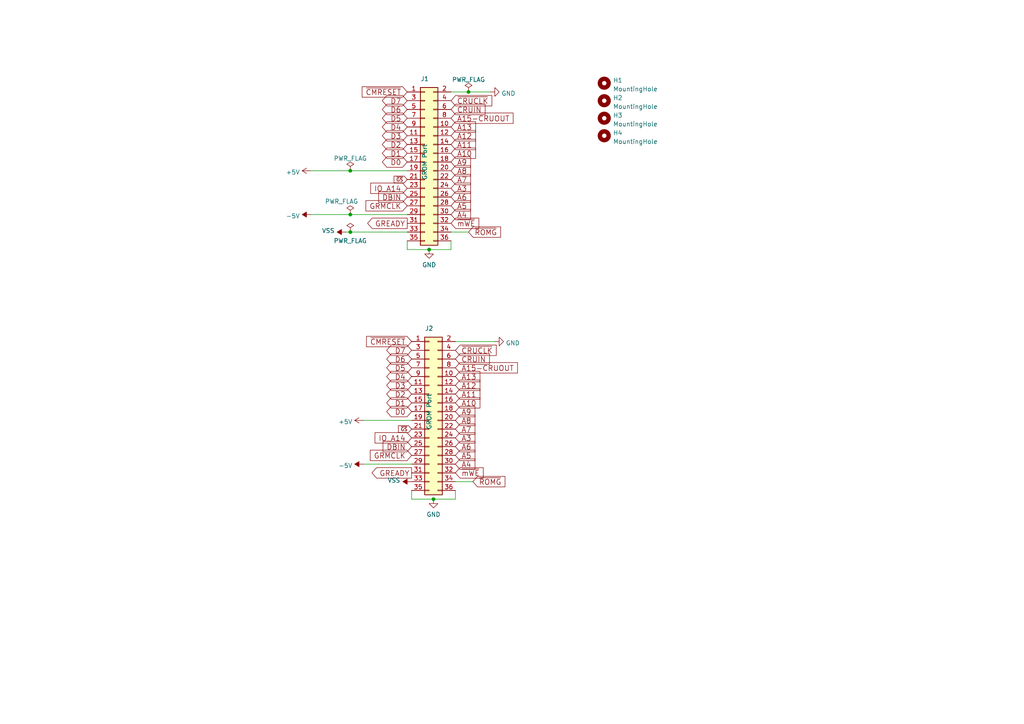
<source format=kicad_sch>
(kicad_sch (version 20211123) (generator eeschema)

  (uuid d57ad239-ba89-457a-a241-125385f44f53)

  (paper "A4")

  (title_block
    (date "2022-10-16")
    (rev "V0.5")
  )

  (lib_symbols
    (symbol "Connector_Generic:Conn_02x18_Odd_Even" (pin_names (offset 1.016) hide) (in_bom yes) (on_board yes)
      (property "Reference" "J" (id 0) (at 1.27 22.86 0)
        (effects (font (size 1.27 1.27)))
      )
      (property "Value" "Conn_02x18_Odd_Even" (id 1) (at 1.27 -25.4 0)
        (effects (font (size 1.27 1.27)))
      )
      (property "Footprint" "" (id 2) (at 0 0 0)
        (effects (font (size 1.27 1.27)) hide)
      )
      (property "Datasheet" "~" (id 3) (at 0 0 0)
        (effects (font (size 1.27 1.27)) hide)
      )
      (property "ki_keywords" "connector" (id 4) (at 0 0 0)
        (effects (font (size 1.27 1.27)) hide)
      )
      (property "ki_description" "Generic connector, double row, 02x18, odd/even pin numbering scheme (row 1 odd numbers, row 2 even numbers), script generated (kicad-library-utils/schlib/autogen/connector/)" (id 5) (at 0 0 0)
        (effects (font (size 1.27 1.27)) hide)
      )
      (property "ki_fp_filters" "Connector*:*_2x??_*" (id 6) (at 0 0 0)
        (effects (font (size 1.27 1.27)) hide)
      )
      (symbol "Conn_02x18_Odd_Even_1_1"
        (rectangle (start -1.27 -22.733) (end 0 -22.987)
          (stroke (width 0.1524) (type default) (color 0 0 0 0))
          (fill (type none))
        )
        (rectangle (start -1.27 -20.193) (end 0 -20.447)
          (stroke (width 0.1524) (type default) (color 0 0 0 0))
          (fill (type none))
        )
        (rectangle (start -1.27 -17.653) (end 0 -17.907)
          (stroke (width 0.1524) (type default) (color 0 0 0 0))
          (fill (type none))
        )
        (rectangle (start -1.27 -15.113) (end 0 -15.367)
          (stroke (width 0.1524) (type default) (color 0 0 0 0))
          (fill (type none))
        )
        (rectangle (start -1.27 -12.573) (end 0 -12.827)
          (stroke (width 0.1524) (type default) (color 0 0 0 0))
          (fill (type none))
        )
        (rectangle (start -1.27 -10.033) (end 0 -10.287)
          (stroke (width 0.1524) (type default) (color 0 0 0 0))
          (fill (type none))
        )
        (rectangle (start -1.27 -7.493) (end 0 -7.747)
          (stroke (width 0.1524) (type default) (color 0 0 0 0))
          (fill (type none))
        )
        (rectangle (start -1.27 -4.953) (end 0 -5.207)
          (stroke (width 0.1524) (type default) (color 0 0 0 0))
          (fill (type none))
        )
        (rectangle (start -1.27 -2.413) (end 0 -2.667)
          (stroke (width 0.1524) (type default) (color 0 0 0 0))
          (fill (type none))
        )
        (rectangle (start -1.27 0.127) (end 0 -0.127)
          (stroke (width 0.1524) (type default) (color 0 0 0 0))
          (fill (type none))
        )
        (rectangle (start -1.27 2.667) (end 0 2.413)
          (stroke (width 0.1524) (type default) (color 0 0 0 0))
          (fill (type none))
        )
        (rectangle (start -1.27 5.207) (end 0 4.953)
          (stroke (width 0.1524) (type default) (color 0 0 0 0))
          (fill (type none))
        )
        (rectangle (start -1.27 7.747) (end 0 7.493)
          (stroke (width 0.1524) (type default) (color 0 0 0 0))
          (fill (type none))
        )
        (rectangle (start -1.27 10.287) (end 0 10.033)
          (stroke (width 0.1524) (type default) (color 0 0 0 0))
          (fill (type none))
        )
        (rectangle (start -1.27 12.827) (end 0 12.573)
          (stroke (width 0.1524) (type default) (color 0 0 0 0))
          (fill (type none))
        )
        (rectangle (start -1.27 15.367) (end 0 15.113)
          (stroke (width 0.1524) (type default) (color 0 0 0 0))
          (fill (type none))
        )
        (rectangle (start -1.27 17.907) (end 0 17.653)
          (stroke (width 0.1524) (type default) (color 0 0 0 0))
          (fill (type none))
        )
        (rectangle (start -1.27 20.447) (end 0 20.193)
          (stroke (width 0.1524) (type default) (color 0 0 0 0))
          (fill (type none))
        )
        (rectangle (start -1.27 21.59) (end 3.81 -24.13)
          (stroke (width 0.254) (type default) (color 0 0 0 0))
          (fill (type background))
        )
        (rectangle (start 3.81 -22.733) (end 2.54 -22.987)
          (stroke (width 0.1524) (type default) (color 0 0 0 0))
          (fill (type none))
        )
        (rectangle (start 3.81 -20.193) (end 2.54 -20.447)
          (stroke (width 0.1524) (type default) (color 0 0 0 0))
          (fill (type none))
        )
        (rectangle (start 3.81 -17.653) (end 2.54 -17.907)
          (stroke (width 0.1524) (type default) (color 0 0 0 0))
          (fill (type none))
        )
        (rectangle (start 3.81 -15.113) (end 2.54 -15.367)
          (stroke (width 0.1524) (type default) (color 0 0 0 0))
          (fill (type none))
        )
        (rectangle (start 3.81 -12.573) (end 2.54 -12.827)
          (stroke (width 0.1524) (type default) (color 0 0 0 0))
          (fill (type none))
        )
        (rectangle (start 3.81 -10.033) (end 2.54 -10.287)
          (stroke (width 0.1524) (type default) (color 0 0 0 0))
          (fill (type none))
        )
        (rectangle (start 3.81 -7.493) (end 2.54 -7.747)
          (stroke (width 0.1524) (type default) (color 0 0 0 0))
          (fill (type none))
        )
        (rectangle (start 3.81 -4.953) (end 2.54 -5.207)
          (stroke (width 0.1524) (type default) (color 0 0 0 0))
          (fill (type none))
        )
        (rectangle (start 3.81 -2.413) (end 2.54 -2.667)
          (stroke (width 0.1524) (type default) (color 0 0 0 0))
          (fill (type none))
        )
        (rectangle (start 3.81 0.127) (end 2.54 -0.127)
          (stroke (width 0.1524) (type default) (color 0 0 0 0))
          (fill (type none))
        )
        (rectangle (start 3.81 2.667) (end 2.54 2.413)
          (stroke (width 0.1524) (type default) (color 0 0 0 0))
          (fill (type none))
        )
        (rectangle (start 3.81 5.207) (end 2.54 4.953)
          (stroke (width 0.1524) (type default) (color 0 0 0 0))
          (fill (type none))
        )
        (rectangle (start 3.81 7.747) (end 2.54 7.493)
          (stroke (width 0.1524) (type default) (color 0 0 0 0))
          (fill (type none))
        )
        (rectangle (start 3.81 10.287) (end 2.54 10.033)
          (stroke (width 0.1524) (type default) (color 0 0 0 0))
          (fill (type none))
        )
        (rectangle (start 3.81 12.827) (end 2.54 12.573)
          (stroke (width 0.1524) (type default) (color 0 0 0 0))
          (fill (type none))
        )
        (rectangle (start 3.81 15.367) (end 2.54 15.113)
          (stroke (width 0.1524) (type default) (color 0 0 0 0))
          (fill (type none))
        )
        (rectangle (start 3.81 17.907) (end 2.54 17.653)
          (stroke (width 0.1524) (type default) (color 0 0 0 0))
          (fill (type none))
        )
        (rectangle (start 3.81 20.447) (end 2.54 20.193)
          (stroke (width 0.1524) (type default) (color 0 0 0 0))
          (fill (type none))
        )
        (pin passive line (at -5.08 20.32 0) (length 3.81)
          (name "Pin_1" (effects (font (size 1.27 1.27))))
          (number "1" (effects (font (size 1.27 1.27))))
        )
        (pin passive line (at 7.62 10.16 180) (length 3.81)
          (name "Pin_10" (effects (font (size 1.27 1.27))))
          (number "10" (effects (font (size 1.27 1.27))))
        )
        (pin passive line (at -5.08 7.62 0) (length 3.81)
          (name "Pin_11" (effects (font (size 1.27 1.27))))
          (number "11" (effects (font (size 1.27 1.27))))
        )
        (pin passive line (at 7.62 7.62 180) (length 3.81)
          (name "Pin_12" (effects (font (size 1.27 1.27))))
          (number "12" (effects (font (size 1.27 1.27))))
        )
        (pin passive line (at -5.08 5.08 0) (length 3.81)
          (name "Pin_13" (effects (font (size 1.27 1.27))))
          (number "13" (effects (font (size 1.27 1.27))))
        )
        (pin passive line (at 7.62 5.08 180) (length 3.81)
          (name "Pin_14" (effects (font (size 1.27 1.27))))
          (number "14" (effects (font (size 1.27 1.27))))
        )
        (pin passive line (at -5.08 2.54 0) (length 3.81)
          (name "Pin_15" (effects (font (size 1.27 1.27))))
          (number "15" (effects (font (size 1.27 1.27))))
        )
        (pin passive line (at 7.62 2.54 180) (length 3.81)
          (name "Pin_16" (effects (font (size 1.27 1.27))))
          (number "16" (effects (font (size 1.27 1.27))))
        )
        (pin passive line (at -5.08 0 0) (length 3.81)
          (name "Pin_17" (effects (font (size 1.27 1.27))))
          (number "17" (effects (font (size 1.27 1.27))))
        )
        (pin passive line (at 7.62 0 180) (length 3.81)
          (name "Pin_18" (effects (font (size 1.27 1.27))))
          (number "18" (effects (font (size 1.27 1.27))))
        )
        (pin passive line (at -5.08 -2.54 0) (length 3.81)
          (name "Pin_19" (effects (font (size 1.27 1.27))))
          (number "19" (effects (font (size 1.27 1.27))))
        )
        (pin passive line (at 7.62 20.32 180) (length 3.81)
          (name "Pin_2" (effects (font (size 1.27 1.27))))
          (number "2" (effects (font (size 1.27 1.27))))
        )
        (pin passive line (at 7.62 -2.54 180) (length 3.81)
          (name "Pin_20" (effects (font (size 1.27 1.27))))
          (number "20" (effects (font (size 1.27 1.27))))
        )
        (pin passive line (at -5.08 -5.08 0) (length 3.81)
          (name "Pin_21" (effects (font (size 1.27 1.27))))
          (number "21" (effects (font (size 1.27 1.27))))
        )
        (pin passive line (at 7.62 -5.08 180) (length 3.81)
          (name "Pin_22" (effects (font (size 1.27 1.27))))
          (number "22" (effects (font (size 1.27 1.27))))
        )
        (pin passive line (at -5.08 -7.62 0) (length 3.81)
          (name "Pin_23" (effects (font (size 1.27 1.27))))
          (number "23" (effects (font (size 1.27 1.27))))
        )
        (pin passive line (at 7.62 -7.62 180) (length 3.81)
          (name "Pin_24" (effects (font (size 1.27 1.27))))
          (number "24" (effects (font (size 1.27 1.27))))
        )
        (pin passive line (at -5.08 -10.16 0) (length 3.81)
          (name "Pin_25" (effects (font (size 1.27 1.27))))
          (number "25" (effects (font (size 1.27 1.27))))
        )
        (pin passive line (at 7.62 -10.16 180) (length 3.81)
          (name "Pin_26" (effects (font (size 1.27 1.27))))
          (number "26" (effects (font (size 1.27 1.27))))
        )
        (pin passive line (at -5.08 -12.7 0) (length 3.81)
          (name "Pin_27" (effects (font (size 1.27 1.27))))
          (number "27" (effects (font (size 1.27 1.27))))
        )
        (pin passive line (at 7.62 -12.7 180) (length 3.81)
          (name "Pin_28" (effects (font (size 1.27 1.27))))
          (number "28" (effects (font (size 1.27 1.27))))
        )
        (pin passive line (at -5.08 -15.24 0) (length 3.81)
          (name "Pin_29" (effects (font (size 1.27 1.27))))
          (number "29" (effects (font (size 1.27 1.27))))
        )
        (pin passive line (at -5.08 17.78 0) (length 3.81)
          (name "Pin_3" (effects (font (size 1.27 1.27))))
          (number "3" (effects (font (size 1.27 1.27))))
        )
        (pin passive line (at 7.62 -15.24 180) (length 3.81)
          (name "Pin_30" (effects (font (size 1.27 1.27))))
          (number "30" (effects (font (size 1.27 1.27))))
        )
        (pin passive line (at -5.08 -17.78 0) (length 3.81)
          (name "Pin_31" (effects (font (size 1.27 1.27))))
          (number "31" (effects (font (size 1.27 1.27))))
        )
        (pin passive line (at 7.62 -17.78 180) (length 3.81)
          (name "Pin_32" (effects (font (size 1.27 1.27))))
          (number "32" (effects (font (size 1.27 1.27))))
        )
        (pin passive line (at -5.08 -20.32 0) (length 3.81)
          (name "Pin_33" (effects (font (size 1.27 1.27))))
          (number "33" (effects (font (size 1.27 1.27))))
        )
        (pin passive line (at 7.62 -20.32 180) (length 3.81)
          (name "Pin_34" (effects (font (size 1.27 1.27))))
          (number "34" (effects (font (size 1.27 1.27))))
        )
        (pin passive line (at -5.08 -22.86 0) (length 3.81)
          (name "Pin_35" (effects (font (size 1.27 1.27))))
          (number "35" (effects (font (size 1.27 1.27))))
        )
        (pin passive line (at 7.62 -22.86 180) (length 3.81)
          (name "Pin_36" (effects (font (size 1.27 1.27))))
          (number "36" (effects (font (size 1.27 1.27))))
        )
        (pin passive line (at 7.62 17.78 180) (length 3.81)
          (name "Pin_4" (effects (font (size 1.27 1.27))))
          (number "4" (effects (font (size 1.27 1.27))))
        )
        (pin passive line (at -5.08 15.24 0) (length 3.81)
          (name "Pin_5" (effects (font (size 1.27 1.27))))
          (number "5" (effects (font (size 1.27 1.27))))
        )
        (pin passive line (at 7.62 15.24 180) (length 3.81)
          (name "Pin_6" (effects (font (size 1.27 1.27))))
          (number "6" (effects (font (size 1.27 1.27))))
        )
        (pin passive line (at -5.08 12.7 0) (length 3.81)
          (name "Pin_7" (effects (font (size 1.27 1.27))))
          (number "7" (effects (font (size 1.27 1.27))))
        )
        (pin passive line (at 7.62 12.7 180) (length 3.81)
          (name "Pin_8" (effects (font (size 1.27 1.27))))
          (number "8" (effects (font (size 1.27 1.27))))
        )
        (pin passive line (at -5.08 10.16 0) (length 3.81)
          (name "Pin_9" (effects (font (size 1.27 1.27))))
          (number "9" (effects (font (size 1.27 1.27))))
        )
      )
    )
    (symbol "Mechanical:MountingHole" (pin_names (offset 1.016)) (in_bom yes) (on_board yes)
      (property "Reference" "H" (id 0) (at 0 5.08 0)
        (effects (font (size 1.27 1.27)))
      )
      (property "Value" "MountingHole" (id 1) (at 0 3.175 0)
        (effects (font (size 1.27 1.27)))
      )
      (property "Footprint" "" (id 2) (at 0 0 0)
        (effects (font (size 1.27 1.27)) hide)
      )
      (property "Datasheet" "~" (id 3) (at 0 0 0)
        (effects (font (size 1.27 1.27)) hide)
      )
      (property "ki_keywords" "mounting hole" (id 4) (at 0 0 0)
        (effects (font (size 1.27 1.27)) hide)
      )
      (property "ki_description" "Mounting Hole without connection" (id 5) (at 0 0 0)
        (effects (font (size 1.27 1.27)) hide)
      )
      (property "ki_fp_filters" "MountingHole*" (id 6) (at 0 0 0)
        (effects (font (size 1.27 1.27)) hide)
      )
      (symbol "MountingHole_0_1"
        (circle (center 0 0) (radius 1.27)
          (stroke (width 1.27) (type default) (color 0 0 0 0))
          (fill (type none))
        )
      )
    )
    (symbol "power:+5V" (power) (pin_names (offset 0)) (in_bom yes) (on_board yes)
      (property "Reference" "#PWR" (id 0) (at 0 -3.81 0)
        (effects (font (size 1.27 1.27)) hide)
      )
      (property "Value" "+5V" (id 1) (at 0 3.556 0)
        (effects (font (size 1.27 1.27)))
      )
      (property "Footprint" "" (id 2) (at 0 0 0)
        (effects (font (size 1.27 1.27)) hide)
      )
      (property "Datasheet" "" (id 3) (at 0 0 0)
        (effects (font (size 1.27 1.27)) hide)
      )
      (property "ki_keywords" "power-flag" (id 4) (at 0 0 0)
        (effects (font (size 1.27 1.27)) hide)
      )
      (property "ki_description" "Power symbol creates a global label with name \"+5V\"" (id 5) (at 0 0 0)
        (effects (font (size 1.27 1.27)) hide)
      )
      (symbol "+5V_0_1"
        (polyline
          (pts
            (xy -0.762 1.27)
            (xy 0 2.54)
          )
          (stroke (width 0) (type default) (color 0 0 0 0))
          (fill (type none))
        )
        (polyline
          (pts
            (xy 0 0)
            (xy 0 2.54)
          )
          (stroke (width 0) (type default) (color 0 0 0 0))
          (fill (type none))
        )
        (polyline
          (pts
            (xy 0 2.54)
            (xy 0.762 1.27)
          )
          (stroke (width 0) (type default) (color 0 0 0 0))
          (fill (type none))
        )
      )
      (symbol "+5V_1_1"
        (pin power_in line (at 0 0 90) (length 0) hide
          (name "+5V" (effects (font (size 1.27 1.27))))
          (number "1" (effects (font (size 1.27 1.27))))
        )
      )
    )
    (symbol "power:-5V" (power) (pin_names (offset 0)) (in_bom yes) (on_board yes)
      (property "Reference" "#PWR" (id 0) (at 0 2.54 0)
        (effects (font (size 1.27 1.27)) hide)
      )
      (property "Value" "-5V" (id 1) (at 0 3.81 0)
        (effects (font (size 1.27 1.27)))
      )
      (property "Footprint" "" (id 2) (at 0 0 0)
        (effects (font (size 1.27 1.27)) hide)
      )
      (property "Datasheet" "" (id 3) (at 0 0 0)
        (effects (font (size 1.27 1.27)) hide)
      )
      (property "ki_keywords" "power-flag" (id 4) (at 0 0 0)
        (effects (font (size 1.27 1.27)) hide)
      )
      (property "ki_description" "Power symbol creates a global label with name \"-5V\"" (id 5) (at 0 0 0)
        (effects (font (size 1.27 1.27)) hide)
      )
      (symbol "-5V_0_0"
        (pin power_in line (at 0 0 90) (length 0) hide
          (name "-5V" (effects (font (size 1.27 1.27))))
          (number "1" (effects (font (size 1.27 1.27))))
        )
      )
      (symbol "-5V_0_1"
        (polyline
          (pts
            (xy 0 0)
            (xy 0 1.27)
            (xy 0.762 1.27)
            (xy 0 2.54)
            (xy -0.762 1.27)
            (xy 0 1.27)
          )
          (stroke (width 0) (type default) (color 0 0 0 0))
          (fill (type outline))
        )
      )
    )
    (symbol "power:GND" (power) (pin_names (offset 0)) (in_bom yes) (on_board yes)
      (property "Reference" "#PWR" (id 0) (at 0 -6.35 0)
        (effects (font (size 1.27 1.27)) hide)
      )
      (property "Value" "GND" (id 1) (at 0 -3.81 0)
        (effects (font (size 1.27 1.27)))
      )
      (property "Footprint" "" (id 2) (at 0 0 0)
        (effects (font (size 1.27 1.27)) hide)
      )
      (property "Datasheet" "" (id 3) (at 0 0 0)
        (effects (font (size 1.27 1.27)) hide)
      )
      (property "ki_keywords" "power-flag" (id 4) (at 0 0 0)
        (effects (font (size 1.27 1.27)) hide)
      )
      (property "ki_description" "Power symbol creates a global label with name \"GND\" , ground" (id 5) (at 0 0 0)
        (effects (font (size 1.27 1.27)) hide)
      )
      (symbol "GND_0_1"
        (polyline
          (pts
            (xy 0 0)
            (xy 0 -1.27)
            (xy 1.27 -1.27)
            (xy 0 -2.54)
            (xy -1.27 -1.27)
            (xy 0 -1.27)
          )
          (stroke (width 0) (type default) (color 0 0 0 0))
          (fill (type none))
        )
      )
      (symbol "GND_1_1"
        (pin power_in line (at 0 0 270) (length 0) hide
          (name "GND" (effects (font (size 1.27 1.27))))
          (number "1" (effects (font (size 1.27 1.27))))
        )
      )
    )
    (symbol "power:PWR_FLAG" (power) (pin_numbers hide) (pin_names (offset 0) hide) (in_bom yes) (on_board yes)
      (property "Reference" "#FLG" (id 0) (at 0 1.905 0)
        (effects (font (size 1.27 1.27)) hide)
      )
      (property "Value" "PWR_FLAG" (id 1) (at 0 3.81 0)
        (effects (font (size 1.27 1.27)))
      )
      (property "Footprint" "" (id 2) (at 0 0 0)
        (effects (font (size 1.27 1.27)) hide)
      )
      (property "Datasheet" "~" (id 3) (at 0 0 0)
        (effects (font (size 1.27 1.27)) hide)
      )
      (property "ki_keywords" "power-flag" (id 4) (at 0 0 0)
        (effects (font (size 1.27 1.27)) hide)
      )
      (property "ki_description" "Special symbol for telling ERC where power comes from" (id 5) (at 0 0 0)
        (effects (font (size 1.27 1.27)) hide)
      )
      (symbol "PWR_FLAG_0_0"
        (pin power_out line (at 0 0 90) (length 0)
          (name "pwr" (effects (font (size 1.27 1.27))))
          (number "1" (effects (font (size 1.27 1.27))))
        )
      )
      (symbol "PWR_FLAG_0_1"
        (polyline
          (pts
            (xy 0 0)
            (xy 0 1.27)
            (xy -1.016 1.905)
            (xy 0 2.54)
            (xy 1.016 1.905)
            (xy 0 1.27)
          )
          (stroke (width 0) (type default) (color 0 0 0 0))
          (fill (type none))
        )
      )
    )
    (symbol "power:VSS" (power) (pin_names (offset 0)) (in_bom yes) (on_board yes)
      (property "Reference" "#PWR" (id 0) (at 0 -3.81 0)
        (effects (font (size 1.27 1.27)) hide)
      )
      (property "Value" "VSS" (id 1) (at 0 3.81 0)
        (effects (font (size 1.27 1.27)))
      )
      (property "Footprint" "" (id 2) (at 0 0 0)
        (effects (font (size 1.27 1.27)) hide)
      )
      (property "Datasheet" "" (id 3) (at 0 0 0)
        (effects (font (size 1.27 1.27)) hide)
      )
      (property "ki_keywords" "power-flag" (id 4) (at 0 0 0)
        (effects (font (size 1.27 1.27)) hide)
      )
      (property "ki_description" "Power symbol creates a global label with name \"VSS\"" (id 5) (at 0 0 0)
        (effects (font (size 1.27 1.27)) hide)
      )
      (symbol "VSS_0_1"
        (polyline
          (pts
            (xy 0 0)
            (xy 0 2.54)
          )
          (stroke (width 0) (type default) (color 0 0 0 0))
          (fill (type none))
        )
        (polyline
          (pts
            (xy 0.762 1.27)
            (xy -0.762 1.27)
            (xy 0 2.54)
            (xy 0.762 1.27)
          )
          (stroke (width 0) (type default) (color 0 0 0 0))
          (fill (type outline))
        )
      )
      (symbol "VSS_1_1"
        (pin power_in line (at 0 0 90) (length 0) hide
          (name "VSS" (effects (font (size 1.27 1.27))))
          (number "1" (effects (font (size 1.27 1.27))))
        )
      )
    )
  )

  (junction (at 135.89 26.67) (diameter 0) (color 0 0 0 0)
    (uuid 3014cdb2-5cb0-479f-a65c-9ff6a95ba50b)
  )
  (junction (at 125.73 144.78) (diameter 0) (color 0 0 0 0)
    (uuid 8233a38d-812c-490b-9fc1-1043bd790b66)
  )
  (junction (at 101.6 49.53) (diameter 0) (color 0 0 0 0)
    (uuid 89101dbf-f1ac-428d-b18f-be1b33edcad6)
  )
  (junction (at 101.6 67.31) (diameter 0) (color 0 0 0 0)
    (uuid 91bec76a-5802-42a8-8292-441496bc457b)
  )
  (junction (at 101.6 62.23) (diameter 0) (color 0 0 0 0)
    (uuid c9ea56b0-8c7a-4dab-8298-24d3dcf5434f)
  )
  (junction (at 124.46 72.39) (diameter 0) (color 0 0 0 0)
    (uuid dd7b0076-48d6-4804-9b3b-144b9c85f662)
  )

  (wire (pts (xy 130.81 72.39) (xy 130.81 69.85))
    (stroke (width 0) (type default) (color 0 0 0 0))
    (uuid 04c1417d-38d7-4106-9e40-66bc3ff92778)
  )
  (wire (pts (xy 130.81 26.67) (xy 135.89 26.67))
    (stroke (width 0) (type default) (color 0 0 0 0))
    (uuid 0fbef2ac-a4d8-4baa-a830-592e2194e674)
  )
  (wire (pts (xy 135.89 26.67) (xy 142.24 26.67))
    (stroke (width 0) (type default) (color 0 0 0 0))
    (uuid 2304eb20-9298-42a8-9dbd-dbfbc0a25d01)
  )
  (wire (pts (xy 101.6 62.23) (xy 118.11 62.23))
    (stroke (width 0) (type default) (color 0 0 0 0))
    (uuid 306cc3d6-8ba8-4218-82a2-bc346000bc0b)
  )
  (wire (pts (xy 105.41 134.62) (xy 119.38 134.62))
    (stroke (width 0) (type default) (color 0 0 0 0))
    (uuid 417ca86b-340a-4681-9d5e-2f10194f771d)
  )
  (wire (pts (xy 124.46 72.39) (xy 130.81 72.39))
    (stroke (width 0) (type default) (color 0 0 0 0))
    (uuid 47e41c3e-b6c0-4f3a-97a0-123f78bd6fce)
  )
  (wire (pts (xy 119.38 142.24) (xy 119.38 144.78))
    (stroke (width 0) (type default) (color 0 0 0 0))
    (uuid 4af27c10-a88a-49f2-9730-f70b93807f6d)
  )
  (wire (pts (xy 118.11 69.85) (xy 118.11 72.39))
    (stroke (width 0) (type default) (color 0 0 0 0))
    (uuid 4eaa3fd4-6efd-443d-af63-cca89eae7c41)
  )
  (wire (pts (xy 90.17 62.23) (xy 101.6 62.23))
    (stroke (width 0) (type default) (color 0 0 0 0))
    (uuid 53288278-f78b-403e-8ec8-40d36947ed9d)
  )
  (wire (pts (xy 101.6 49.53) (xy 118.11 49.53))
    (stroke (width 0) (type default) (color 0 0 0 0))
    (uuid 6d0979e5-7edc-4323-8886-f70ff5c69b62)
  )
  (wire (pts (xy 125.73 144.78) (xy 132.08 144.78))
    (stroke (width 0) (type default) (color 0 0 0 0))
    (uuid 80df7e06-19f0-4c8a-9e55-188839a20f12)
  )
  (wire (pts (xy 137.16 139.7) (xy 132.08 139.7))
    (stroke (width 0) (type default) (color 0 0 0 0))
    (uuid 8b38b2b7-53ca-4511-af9b-1a2c2b212ddc)
  )
  (wire (pts (xy 118.11 72.39) (xy 124.46 72.39))
    (stroke (width 0) (type default) (color 0 0 0 0))
    (uuid 9201b6d0-e490-4aab-8e1f-be1e64116c23)
  )
  (wire (pts (xy 132.08 144.78) (xy 132.08 142.24))
    (stroke (width 0) (type default) (color 0 0 0 0))
    (uuid 95a7afd9-d369-4fb5-a166-6a23cbdac2dd)
  )
  (wire (pts (xy 105.41 121.92) (xy 119.38 121.92))
    (stroke (width 0) (type default) (color 0 0 0 0))
    (uuid af140464-f792-4b8d-a939-828926f031a5)
  )
  (wire (pts (xy 132.08 99.06) (xy 143.51 99.06))
    (stroke (width 0) (type default) (color 0 0 0 0))
    (uuid b21d1575-4c5c-464b-bc6e-26df0a064998)
  )
  (wire (pts (xy 135.89 67.31) (xy 130.81 67.31))
    (stroke (width 0) (type default) (color 0 0 0 0))
    (uuid bfcf4424-bfd6-4f14-b9e4-74d7442d824e)
  )
  (wire (pts (xy 101.6 67.31) (xy 118.11 67.31))
    (stroke (width 0) (type default) (color 0 0 0 0))
    (uuid c0e885b2-c2bc-46a4-ac82-4ad9c44df95e)
  )
  (wire (pts (xy 119.38 144.78) (xy 125.73 144.78))
    (stroke (width 0) (type default) (color 0 0 0 0))
    (uuid caa41187-c553-4eb6-9129-785f55379032)
  )
  (wire (pts (xy 100.33 67.31) (xy 101.6 67.31))
    (stroke (width 0) (type default) (color 0 0 0 0))
    (uuid cf3916e2-9129-4232-9cb4-85131799ad2f)
  )
  (wire (pts (xy 90.17 49.53) (xy 101.6 49.53))
    (stroke (width 0) (type default) (color 0 0 0 0))
    (uuid e8086283-e305-40a5-8170-225e4e298390)
  )

  (global_label "~{ROMG}" (shape input) (at 137.16 139.7 0) (fields_autoplaced)
    (effects (font (size 1.524 1.524)) (justify left))
    (uuid 1146a436-3a41-477a-827c-4132a92c8615)
    (property "Intersheet References" "${INTERSHEET_REFS}" (id 0) (at 1.27 -22.86 0)
      (effects (font (size 1.27 1.27)) hide)
    )
  )
  (global_label "A3" (shape input) (at 130.81 54.61 0) (fields_autoplaced)
    (effects (font (size 1.524 1.524)) (justify left))
    (uuid 11a40986-8b60-4794-9d11-fe319ed2c948)
    (property "Intersheet References" "${INTERSHEET_REFS}" (id 0) (at 0 -95.25 0)
      (effects (font (size 1.27 1.27)) hide)
    )
  )
  (global_label "A3" (shape input) (at 132.08 127 0) (fields_autoplaced)
    (effects (font (size 1.524 1.524)) (justify left))
    (uuid 182511d5-6915-429e-a511-b16ad925e0f2)
    (property "Intersheet References" "${INTERSHEET_REFS}" (id 0) (at 1.27 -22.86 0)
      (effects (font (size 1.27 1.27)) hide)
    )
  )
  (global_label "A9" (shape input) (at 130.81 46.99 0) (fields_autoplaced)
    (effects (font (size 1.524 1.524)) (justify left))
    (uuid 19bac589-a5ec-4283-8b4c-3f11fbe179a0)
    (property "Intersheet References" "${INTERSHEET_REFS}" (id 0) (at 0 -95.25 0)
      (effects (font (size 1.27 1.27)) hide)
    )
  )
  (global_label "A6" (shape input) (at 132.08 129.54 0) (fields_autoplaced)
    (effects (font (size 1.524 1.524)) (justify left))
    (uuid 1d9565f1-e5ab-4f05-96a4-1e68cb68e86a)
    (property "Intersheet References" "${INTERSHEET_REFS}" (id 0) (at 1.27 -22.86 0)
      (effects (font (size 1.27 1.27)) hide)
    )
  )
  (global_label "~{CMRESET}" (shape input) (at 119.38 99.06 180) (fields_autoplaced)
    (effects (font (size 1.524 1.524)) (justify right))
    (uuid 1ee7921a-7903-4f0d-8e11-b9ae3a2710e9)
    (property "Intersheet References" "${INTERSHEET_REFS}" (id 0) (at 1.27 -22.86 0)
      (effects (font (size 1.27 1.27)) hide)
    )
  )
  (global_label "D7" (shape bidirectional) (at 119.38 101.6 180) (fields_autoplaced)
    (effects (font (size 1.524 1.524)) (justify right))
    (uuid 1eff74e0-a4ff-4e5e-9e85-def3afabe8eb)
    (property "Intersheet References" "${INTERSHEET_REFS}" (id 0) (at 1.27 -22.86 0)
      (effects (font (size 1.27 1.27)) hide)
    )
  )
  (global_label "A15-CRUOUT" (shape input) (at 130.81 34.29 0) (fields_autoplaced)
    (effects (font (size 1.524 1.524)) (justify left))
    (uuid 248fcea1-e0c5-418d-b2ed-423574a12228)
    (property "Intersheet References" "${INTERSHEET_REFS}" (id 0) (at 148.6938 34.1948 0)
      (effects (font (size 1.524 1.524)) (justify left) hide)
    )
  )
  (global_label "A10" (shape input) (at 132.08 116.84 0) (fields_autoplaced)
    (effects (font (size 1.524 1.524)) (justify left))
    (uuid 2de4f317-935f-483a-b1b8-faaabb719eca)
    (property "Intersheet References" "${INTERSHEET_REFS}" (id 0) (at 1.27 -22.86 0)
      (effects (font (size 1.27 1.27)) hide)
    )
  )
  (global_label "A7" (shape input) (at 130.81 52.07 0) (fields_autoplaced)
    (effects (font (size 1.524 1.524)) (justify left))
    (uuid 3062a149-bdba-46e6-b10c-067426cc0a79)
    (property "Intersheet References" "${INTERSHEET_REFS}" (id 0) (at 0 -95.25 0)
      (effects (font (size 1.27 1.27)) hide)
    )
  )
  (global_label "CRUIN" (shape input) (at 132.08 104.14 0) (fields_autoplaced)
    (effects (font (size 1.524 1.524)) (justify left))
    (uuid 3aeabf28-5bf3-4194-bae3-9b3f5354a35b)
    (property "Intersheet References" "${INTERSHEET_REFS}" (id 0) (at 141.8358 104.0448 0)
      (effects (font (size 1.524 1.524)) (justify left) hide)
    )
  )
  (global_label "~{CMRESET}" (shape input) (at 118.11 26.67 180) (fields_autoplaced)
    (effects (font (size 1.524 1.524)) (justify right))
    (uuid 471b38c4-a6f7-4ec7-b4b4-f4c083b40308)
    (property "Intersheet References" "${INTERSHEET_REFS}" (id 0) (at 0 -95.25 0)
      (effects (font (size 1.27 1.27)) hide)
    )
  )
  (global_label "~{CRUCLK}" (shape input) (at 132.08 101.6 0) (fields_autoplaced)
    (effects (font (size 1.524 1.524)) (justify left))
    (uuid 4b0c6ff0-9bf5-4e8c-b0cd-25831f875cf7)
    (property "Intersheet References" "${INTERSHEET_REFS}" (id 0) (at 143.7952 101.5048 0)
      (effects (font (size 1.524 1.524)) (justify left) hide)
    )
  )
  (global_label "~{ROMG}" (shape input) (at 135.89 67.31 0) (fields_autoplaced)
    (effects (font (size 1.524 1.524)) (justify left))
    (uuid 4c11574c-f7c0-4328-b0ef-8d0e4f4075fd)
    (property "Intersheet References" "${INTERSHEET_REFS}" (id 0) (at 0 -95.25 0)
      (effects (font (size 1.27 1.27)) hide)
    )
  )
  (global_label "A5" (shape input) (at 130.81 59.69 0) (fields_autoplaced)
    (effects (font (size 1.524 1.524)) (justify left))
    (uuid 52e20d1e-6e5d-42f4-80c9-045aea6744b6)
    (property "Intersheet References" "${INTERSHEET_REFS}" (id 0) (at 0 -95.25 0)
      (effects (font (size 1.27 1.27)) hide)
    )
  )
  (global_label "A11" (shape input) (at 130.81 41.91 0) (fields_autoplaced)
    (effects (font (size 1.524 1.524)) (justify left))
    (uuid 55702b46-c1f2-4409-a9bb-412ed8e63a81)
    (property "Intersheet References" "${INTERSHEET_REFS}" (id 0) (at 0 -95.25 0)
      (effects (font (size 1.27 1.27)) hide)
    )
  )
  (global_label "A10" (shape input) (at 130.81 44.45 0) (fields_autoplaced)
    (effects (font (size 1.524 1.524)) (justify left))
    (uuid 599b6f18-9685-4744-860c-914386da8a7e)
    (property "Intersheet References" "${INTERSHEET_REFS}" (id 0) (at 0 -95.25 0)
      (effects (font (size 1.27 1.27)) hide)
    )
  )
  (global_label "D4" (shape bidirectional) (at 119.38 109.22 180) (fields_autoplaced)
    (effects (font (size 1.524 1.524)) (justify right))
    (uuid 5b1f673f-7a23-4460-b64e-269abcac6024)
    (property "Intersheet References" "${INTERSHEET_REFS}" (id 0) (at 1.27 -22.86 0)
      (effects (font (size 1.27 1.27)) hide)
    )
  )
  (global_label "D6" (shape bidirectional) (at 119.38 104.14 180) (fields_autoplaced)
    (effects (font (size 1.524 1.524)) (justify right))
    (uuid 5c2f6762-6904-4423-86d6-05b84b15cb3a)
    (property "Intersheet References" "${INTERSHEET_REFS}" (id 0) (at 1.27 -22.86 0)
      (effects (font (size 1.27 1.27)) hide)
    )
  )
  (global_label "D0" (shape bidirectional) (at 119.38 119.38 180) (fields_autoplaced)
    (effects (font (size 1.524 1.524)) (justify right))
    (uuid 5debda6a-b65a-42aa-b905-eef7fe2a0f27)
    (property "Intersheet References" "${INTERSHEET_REFS}" (id 0) (at 1.27 -22.86 0)
      (effects (font (size 1.27 1.27)) hide)
    )
  )
  (global_label "GRMCLK" (shape input) (at 118.11 59.69 180) (fields_autoplaced)
    (effects (font (size 1.524 1.524)) (justify right))
    (uuid 6305770f-1cf9-4198-a637-6abea582a411)
    (property "Intersheet References" "${INTERSHEET_REFS}" (id 0) (at 31.75 -95.25 0)
      (effects (font (size 1.27 1.27)) hide)
    )
  )
  (global_label "D0" (shape bidirectional) (at 118.11 46.99 180) (fields_autoplaced)
    (effects (font (size 1.524 1.524)) (justify right))
    (uuid 6373d8fb-487b-4f6e-975b-814390c15479)
    (property "Intersheet References" "${INTERSHEET_REFS}" (id 0) (at 0 -95.25 0)
      (effects (font (size 1.27 1.27)) hide)
    )
  )
  (global_label "A9" (shape input) (at 132.08 119.38 0) (fields_autoplaced)
    (effects (font (size 1.524 1.524)) (justify left))
    (uuid 655c5933-4740-4eb3-bf71-737360ec0415)
    (property "Intersheet References" "${INTERSHEET_REFS}" (id 0) (at 1.27 -22.86 0)
      (effects (font (size 1.27 1.27)) hide)
    )
  )
  (global_label "~{GS}" (shape input) (at 118.11 52.07 180) (fields_autoplaced)
    (effects (font (size 0.9906 0.9906)) (justify right))
    (uuid 65fb84ae-ba78-4031-a9e3-b5c529f40e5a)
    (property "Intersheet References" "${INTERSHEET_REFS}" (id 0) (at 31.75 -95.25 0)
      (effects (font (size 1.27 1.27)) hide)
    )
  )
  (global_label "DBIN" (shape input) (at 118.11 57.15 180) (fields_autoplaced)
    (effects (font (size 1.524 1.524)) (justify right))
    (uuid 6683345c-794a-4e9d-8502-9cfdb79914ed)
    (property "Intersheet References" "${INTERSHEET_REFS}" (id 0) (at 52.07 -130.81 0)
      (effects (font (size 1.27 1.27)) hide)
    )
  )
  (global_label "A12" (shape input) (at 130.81 39.37 0) (fields_autoplaced)
    (effects (font (size 1.524 1.524)) (justify left))
    (uuid 6732bb59-a212-4036-9c36-73fb0941ff3b)
    (property "Intersheet References" "${INTERSHEET_REFS}" (id 0) (at 0 -95.25 0)
      (effects (font (size 1.27 1.27)) hide)
    )
  )
  (global_label "DBIN" (shape input) (at 119.38 129.54 180) (fields_autoplaced)
    (effects (font (size 1.524 1.524)) (justify right))
    (uuid 68f77182-e429-4565-8642-c295f900ef9f)
    (property "Intersheet References" "${INTERSHEET_REFS}" (id 0) (at 53.34 -58.42 0)
      (effects (font (size 1.27 1.27)) hide)
    )
  )
  (global_label "IO_A14" (shape input) (at 118.11 54.61 180) (fields_autoplaced)
    (effects (font (size 1.524 1.524)) (justify right))
    (uuid 69d74e57-c805-4d7f-b66d-d2e81d56e0f5)
    (property "Intersheet References" "${INTERSHEET_REFS}" (id 0) (at 31.75 -95.25 0)
      (effects (font (size 1.27 1.27)) hide)
    )
  )
  (global_label "A7" (shape input) (at 132.08 124.46 0) (fields_autoplaced)
    (effects (font (size 1.524 1.524)) (justify left))
    (uuid 74277333-adff-498b-b7ae-dbc87edfa079)
    (property "Intersheet References" "${INTERSHEET_REFS}" (id 0) (at 1.27 -22.86 0)
      (effects (font (size 1.27 1.27)) hide)
    )
  )
  (global_label "D1" (shape bidirectional) (at 119.38 116.84 180) (fields_autoplaced)
    (effects (font (size 1.524 1.524)) (justify right))
    (uuid 7f9ca45f-664b-4425-b14e-5ea792f71e38)
    (property "Intersheet References" "${INTERSHEET_REFS}" (id 0) (at 1.27 -22.86 0)
      (effects (font (size 1.27 1.27)) hide)
    )
  )
  (global_label "A5" (shape input) (at 132.08 132.08 0) (fields_autoplaced)
    (effects (font (size 1.524 1.524)) (justify left))
    (uuid 8067a6eb-f9f5-453d-a4a1-7b18d96f2520)
    (property "Intersheet References" "${INTERSHEET_REFS}" (id 0) (at 1.27 -22.86 0)
      (effects (font (size 1.27 1.27)) hide)
    )
  )
  (global_label "A13" (shape input) (at 132.08 109.22 0) (fields_autoplaced)
    (effects (font (size 1.524 1.524)) (justify left))
    (uuid 80d0bab6-108e-4489-bffc-a99945b1b3f3)
    (property "Intersheet References" "${INTERSHEET_REFS}" (id 0) (at 1.27 -22.86 0)
      (effects (font (size 1.27 1.27)) hide)
    )
  )
  (global_label "~{GS}" (shape input) (at 119.38 124.46 180) (fields_autoplaced)
    (effects (font (size 0.9906 0.9906)) (justify right))
    (uuid 827369ad-e7ce-4ad2-a48d-3340b28ec915)
    (property "Intersheet References" "${INTERSHEET_REFS}" (id 0) (at 33.02 -22.86 0)
      (effects (font (size 1.27 1.27)) hide)
    )
  )
  (global_label "D6" (shape bidirectional) (at 118.11 31.75 180) (fields_autoplaced)
    (effects (font (size 1.524 1.524)) (justify right))
    (uuid 8d300fa3-71b2-4df8-aeb8-0287fb7dd5a7)
    (property "Intersheet References" "${INTERSHEET_REFS}" (id 0) (at 0 -95.25 0)
      (effects (font (size 1.27 1.27)) hide)
    )
  )
  (global_label "GREADY" (shape output) (at 119.38 137.16 180) (fields_autoplaced)
    (effects (font (size 1.524 1.524)) (justify right))
    (uuid 93b56e68-8d5a-48f7-a812-568cc9847969)
    (property "Intersheet References" "${INTERSHEET_REFS}" (id 0) (at 33.02 -22.86 0)
      (effects (font (size 1.27 1.27)) hide)
    )
  )
  (global_label "D2" (shape bidirectional) (at 118.11 41.91 180) (fields_autoplaced)
    (effects (font (size 1.524 1.524)) (justify right))
    (uuid 9587bd85-d1fd-480c-9974-6b89e4e3aed7)
    (property "Intersheet References" "${INTERSHEET_REFS}" (id 0) (at 0 -95.25 0)
      (effects (font (size 1.27 1.27)) hide)
    )
  )
  (global_label "GRMCLK" (shape input) (at 119.38 132.08 180) (fields_autoplaced)
    (effects (font (size 1.524 1.524)) (justify right))
    (uuid 9a191054-c91b-4ae6-b9ce-e67bf22c04c7)
    (property "Intersheet References" "${INTERSHEET_REFS}" (id 0) (at 33.02 -22.86 0)
      (effects (font (size 1.27 1.27)) hide)
    )
  )
  (global_label "D3" (shape bidirectional) (at 119.38 111.76 180) (fields_autoplaced)
    (effects (font (size 1.524 1.524)) (justify right))
    (uuid 9a62e8c4-da34-4d40-baaf-e60f63bb1cd5)
    (property "Intersheet References" "${INTERSHEET_REFS}" (id 0) (at 1.27 -22.86 0)
      (effects (font (size 1.27 1.27)) hide)
    )
  )
  (global_label "D1" (shape bidirectional) (at 118.11 44.45 180) (fields_autoplaced)
    (effects (font (size 1.524 1.524)) (justify right))
    (uuid 9b9904f1-a264-4816-a756-84ee0cffce63)
    (property "Intersheet References" "${INTERSHEET_REFS}" (id 0) (at 0 -95.25 0)
      (effects (font (size 1.27 1.27)) hide)
    )
  )
  (global_label "A6" (shape input) (at 130.81 57.15 0) (fields_autoplaced)
    (effects (font (size 1.524 1.524)) (justify left))
    (uuid a854d10a-f09d-42c1-bbc7-14f9a42ede90)
    (property "Intersheet References" "${INTERSHEET_REFS}" (id 0) (at 0 -95.25 0)
      (effects (font (size 1.27 1.27)) hide)
    )
  )
  (global_label "~{CRUCLK}" (shape input) (at 130.81 29.21 0) (fields_autoplaced)
    (effects (font (size 1.524 1.524)) (justify left))
    (uuid ada2d813-aba6-4d34-a7ed-2e25a2cfc02a)
    (property "Intersheet References" "${INTERSHEET_REFS}" (id 0) (at 142.5252 29.1148 0)
      (effects (font (size 1.524 1.524)) (justify left) hide)
    )
  )
  (global_label "A4" (shape input) (at 132.08 134.62 0) (fields_autoplaced)
    (effects (font (size 1.524 1.524)) (justify left))
    (uuid afb76769-6a25-4093-aa97-2edd6fab3748)
    (property "Intersheet References" "${INTERSHEET_REFS}" (id 0) (at 1.27 -22.86 0)
      (effects (font (size 1.27 1.27)) hide)
    )
  )
  (global_label "A8" (shape input) (at 132.08 121.92 0) (fields_autoplaced)
    (effects (font (size 1.524 1.524)) (justify left))
    (uuid b720723e-09e7-413b-8b69-8012d141d501)
    (property "Intersheet References" "${INTERSHEET_REFS}" (id 0) (at 1.27 -22.86 0)
      (effects (font (size 1.27 1.27)) hide)
    )
  )
  (global_label "D3" (shape bidirectional) (at 118.11 39.37 180) (fields_autoplaced)
    (effects (font (size 1.524 1.524)) (justify right))
    (uuid b9a537c7-51b1-4b46-87fd-05c02ec96b69)
    (property "Intersheet References" "${INTERSHEET_REFS}" (id 0) (at 0 -95.25 0)
      (effects (font (size 1.27 1.27)) hide)
    )
  )
  (global_label "A15-CRUOUT" (shape input) (at 132.08 106.68 0) (fields_autoplaced)
    (effects (font (size 1.524 1.524)) (justify left))
    (uuid bb3b5aff-13a0-4024-8906-5ebd8c41701b)
    (property "Intersheet References" "${INTERSHEET_REFS}" (id 0) (at 149.9638 106.5848 0)
      (effects (font (size 1.524 1.524)) (justify left) hide)
    )
  )
  (global_label "IO_A14" (shape input) (at 119.38 127 180) (fields_autoplaced)
    (effects (font (size 1.524 1.524)) (justify right))
    (uuid bbef079d-7111-4ad8-8b7a-a03e0a6a6c76)
    (property "Intersheet References" "${INTERSHEET_REFS}" (id 0) (at 33.02 -22.86 0)
      (effects (font (size 1.27 1.27)) hide)
    )
  )
  (global_label "D7" (shape bidirectional) (at 118.11 29.21 180) (fields_autoplaced)
    (effects (font (size 1.524 1.524)) (justify right))
    (uuid bbfcbb20-584d-4b36-bdb7-35009aa77595)
    (property "Intersheet References" "${INTERSHEET_REFS}" (id 0) (at 0 -95.25 0)
      (effects (font (size 1.27 1.27)) hide)
    )
  )
  (global_label "A11" (shape input) (at 132.08 114.3 0) (fields_autoplaced)
    (effects (font (size 1.524 1.524)) (justify left))
    (uuid c4bc6e06-38c6-4f04-b6da-7e6f1d4978e7)
    (property "Intersheet References" "${INTERSHEET_REFS}" (id 0) (at 1.27 -22.86 0)
      (effects (font (size 1.27 1.27)) hide)
    )
  )
  (global_label "GREADY" (shape output) (at 118.11 64.77 180) (fields_autoplaced)
    (effects (font (size 1.524 1.524)) (justify right))
    (uuid c9402dc2-8499-4b30-8649-7b91dd689f5e)
    (property "Intersheet References" "${INTERSHEET_REFS}" (id 0) (at 31.75 -95.25 0)
      (effects (font (size 1.27 1.27)) hide)
    )
  )
  (global_label "D5" (shape bidirectional) (at 118.11 34.29 180) (fields_autoplaced)
    (effects (font (size 1.524 1.524)) (justify right))
    (uuid cc862678-ce7e-4369-a0ea-29a562115592)
    (property "Intersheet References" "${INTERSHEET_REFS}" (id 0) (at 0 -95.25 0)
      (effects (font (size 1.27 1.27)) hide)
    )
  )
  (global_label "A12" (shape input) (at 132.08 111.76 0) (fields_autoplaced)
    (effects (font (size 1.524 1.524)) (justify left))
    (uuid cca58c71-4431-476d-aee8-df6e1695a43d)
    (property "Intersheet References" "${INTERSHEET_REFS}" (id 0) (at 1.27 -22.86 0)
      (effects (font (size 1.27 1.27)) hide)
    )
  )
  (global_label "A4" (shape input) (at 130.81 62.23 0) (fields_autoplaced)
    (effects (font (size 1.524 1.524)) (justify left))
    (uuid db4ac74c-51e9-45fa-92ce-9b5b755180f8)
    (property "Intersheet References" "${INTERSHEET_REFS}" (id 0) (at 0 -95.25 0)
      (effects (font (size 1.27 1.27)) hide)
    )
  )
  (global_label "A8" (shape input) (at 130.81 49.53 0) (fields_autoplaced)
    (effects (font (size 1.524 1.524)) (justify left))
    (uuid dc9252bc-6ed1-49e7-9f50-c59b5876654e)
    (property "Intersheet References" "${INTERSHEET_REFS}" (id 0) (at 0 -95.25 0)
      (effects (font (size 1.27 1.27)) hide)
    )
  )
  (global_label "D4" (shape bidirectional) (at 118.11 36.83 180) (fields_autoplaced)
    (effects (font (size 1.524 1.524)) (justify right))
    (uuid df9ab309-a159-4791-9127-4b8c4d628719)
    (property "Intersheet References" "${INTERSHEET_REFS}" (id 0) (at 0 -95.25 0)
      (effects (font (size 1.27 1.27)) hide)
    )
  )
  (global_label "~{mWE}" (shape input) (at 130.81 64.77 0) (fields_autoplaced)
    (effects (font (size 1.524 1.524)) (justify left))
    (uuid e28ce56f-9501-4a57-86b4-0ce1590a1f53)
    (property "Intersheet References" "${INTERSHEET_REFS}" (id 0) (at 162.56 175.26 0)
      (effects (font (size 1.27 1.27)) hide)
    )
  )
  (global_label "CRUIN" (shape input) (at 130.81 31.75 0) (fields_autoplaced)
    (effects (font (size 1.524 1.524)) (justify left))
    (uuid e5466868-862e-4118-b1bb-94de4a032f68)
    (property "Intersheet References" "${INTERSHEET_REFS}" (id 0) (at 140.5658 31.6548 0)
      (effects (font (size 1.524 1.524)) (justify left) hide)
    )
  )
  (global_label "D5" (shape bidirectional) (at 119.38 106.68 180) (fields_autoplaced)
    (effects (font (size 1.524 1.524)) (justify right))
    (uuid f8ef5345-e924-4c26-a872-298866bbb41f)
    (property "Intersheet References" "${INTERSHEET_REFS}" (id 0) (at 1.27 -22.86 0)
      (effects (font (size 1.27 1.27)) hide)
    )
  )
  (global_label "A13" (shape input) (at 130.81 36.83 0) (fields_autoplaced)
    (effects (font (size 1.524 1.524)) (justify left))
    (uuid fa25abf1-6d1e-4809-a760-fc1eca9b6091)
    (property "Intersheet References" "${INTERSHEET_REFS}" (id 0) (at 0 -95.25 0)
      (effects (font (size 1.27 1.27)) hide)
    )
  )
  (global_label "D2" (shape bidirectional) (at 119.38 114.3 180) (fields_autoplaced)
    (effects (font (size 1.524 1.524)) (justify right))
    (uuid fa2de3df-ef13-4cd2-abd3-424787fa77e0)
    (property "Intersheet References" "${INTERSHEET_REFS}" (id 0) (at 1.27 -22.86 0)
      (effects (font (size 1.27 1.27)) hide)
    )
  )
  (global_label "~{mWE}" (shape input) (at 132.08 137.16 0) (fields_autoplaced)
    (effects (font (size 1.524 1.524)) (justify left))
    (uuid fdfc7ccd-f198-4317-a357-6575ff5938a0)
    (property "Intersheet References" "${INTERSHEET_REFS}" (id 0) (at 163.83 247.65 0)
      (effects (font (size 1.27 1.27)) hide)
    )
  )

  (symbol (lib_id "power:VSS") (at 119.38 139.7 90) (unit 1)
    (in_bom yes) (on_board yes)
    (uuid 04b664a6-f457-428c-8cec-6922c98d0bd9)
    (property "Reference" "#PWR06" (id 0) (at 123.19 139.7 0)
      (effects (font (size 1.27 1.27)) hide)
    )
    (property "Value" "VSS" (id 1) (at 116.1288 139.319 90)
      (effects (font (size 1.27 1.27)) (justify left))
    )
    (property "Footprint" "" (id 2) (at 119.38 139.7 0)
      (effects (font (size 1.27 1.27)) hide)
    )
    (property "Datasheet" "" (id 3) (at 119.38 139.7 0)
      (effects (font (size 1.27 1.27)) hide)
    )
    (pin "1" (uuid 8d5844ac-a127-4c6d-8a90-6fd1bb576590))
  )

  (symbol (lib_id "power:GND") (at 125.73 144.78 0) (unit 1)
    (in_bom yes) (on_board yes) (fields_autoplaced)
    (uuid 0b2f0cd8-f131-47e6-9a0a-62813ca6cf14)
    (property "Reference" "#PWR08" (id 0) (at 125.73 151.13 0)
      (effects (font (size 1.27 1.27)) hide)
    )
    (property "Value" "GND" (id 1) (at 125.73 149.2234 0))
    (property "Footprint" "" (id 2) (at 125.73 144.78 0)
      (effects (font (size 1.27 1.27)) hide)
    )
    (property "Datasheet" "" (id 3) (at 125.73 144.78 0)
      (effects (font (size 1.27 1.27)) hide)
    )
    (pin "1" (uuid 2d437707-ab19-4f3f-8b4e-65c96d99f26e))
  )

  (symbol (lib_id "Connector_Generic:Conn_02x18_Odd_Even") (at 124.46 119.38 0) (unit 1)
    (in_bom yes) (on_board yes)
    (uuid 1e00d46b-9788-4f4f-b6f1-046baddfda84)
    (property "Reference" "J2" (id 0) (at 124.46 95.25 0))
    (property "Value" "GROM Port" (id 1) (at 124.46 119.38 90))
    (property "Footprint" "WernerCustomLibrary:Card_Edge36" (id 2) (at 124.46 146.05 0)
      (effects (font (size 1.524 1.524)) hide)
    )
    (property "Datasheet" "" (id 3) (at 124.46 146.05 0)
      (effects (font (size 1.524 1.524)))
    )
    (pin "1" (uuid 39b3cd3a-5ed4-4540-86f1-bf6bd4b1276e))
    (pin "10" (uuid b022c3c6-a151-48db-946f-d2146e0bbbb1))
    (pin "11" (uuid 7b8d52e7-1ce9-41af-986c-c695e0515d64))
    (pin "12" (uuid 371005cd-2b22-4956-b44d-03cfe3586220))
    (pin "13" (uuid 4a261d5c-2762-4768-995c-0703a9a373df))
    (pin "14" (uuid 9ba75443-aacf-4d45-a1f6-cdc070ed0f75))
    (pin "15" (uuid 6d4f8a6f-e441-4654-b05f-150d5279ef62))
    (pin "16" (uuid bf3d2af2-63a5-401a-a397-f3750ed505e1))
    (pin "17" (uuid 3818dae8-6b68-4f71-80dc-70b475aab1c4))
    (pin "18" (uuid 9cce3ac4-ef18-44a2-8aaf-98843068fb6b))
    (pin "19" (uuid 1060641d-12cb-4bf7-8f6a-901e75a06b2a))
    (pin "2" (uuid ca7471f7-659e-47fd-9d93-1373b1eaba86))
    (pin "20" (uuid 15ff1a03-b4fa-41d4-a2fb-142a4223e8fd))
    (pin "21" (uuid 3dac53cd-283b-470c-8578-3bf03c12b4f5))
    (pin "22" (uuid 63229996-e26b-4ad6-b3c5-5bfe3a595501))
    (pin "23" (uuid 7288b3c8-b0bc-487a-bccd-447d20831805))
    (pin "24" (uuid 514e6d96-8d84-4534-b1fb-ab0f81d3ccc6))
    (pin "25" (uuid 5e059018-2fd3-4ffd-9e8c-7e7fc2902991))
    (pin "26" (uuid 0811d781-96b7-4d58-a69b-b72d16280ecc))
    (pin "27" (uuid 533b9a22-46fa-4c3c-bf69-db313e350e8e))
    (pin "28" (uuid ff7705b6-d955-4cc7-9410-8a53d43f78e1))
    (pin "29" (uuid c20d6abe-9730-49b9-8dab-8d1f3a450185))
    (pin "3" (uuid 9b3209a4-3571-4ca9-b6e9-b8ff02fda19f))
    (pin "30" (uuid 88f00a44-8d5b-4c1c-9b26-84e15f757fbf))
    (pin "31" (uuid adffb6f7-de4e-42f2-b4e9-56aee8e89de2))
    (pin "32" (uuid e5588ba1-f37c-4f3f-87ec-57b676cd34ea))
    (pin "33" (uuid 05315357-1c74-4530-bb6d-751ff4c5c62a))
    (pin "34" (uuid a693a713-de50-4e08-9a0a-b3f3e2edb802))
    (pin "35" (uuid 380e4ecd-d77b-4fdc-90b0-399ad6970fde))
    (pin "36" (uuid d265e0c6-8b9f-441a-b6b9-77c9044d1cbe))
    (pin "4" (uuid 4a4bef76-7bef-4957-b676-ae0023682c0d))
    (pin "5" (uuid 54a80f82-3adb-4148-bb71-e423a975e701))
    (pin "6" (uuid 1da8f61d-995a-482f-9015-80b34fedfefa))
    (pin "7" (uuid f8e75586-eb1b-4615-b50e-0619d6a9465b))
    (pin "8" (uuid ecaa2d26-da79-4858-92bf-336fbe57ba81))
    (pin "9" (uuid cce493d8-df6c-4d5a-89fa-6a38acf94b59))
  )

  (symbol (lib_id "power:GND") (at 143.51 99.06 90) (unit 1)
    (in_bom yes) (on_board yes) (fields_autoplaced)
    (uuid 244337c1-7736-44a5-9f4c-c6bf63246f21)
    (property "Reference" "#PWR010" (id 0) (at 149.86 99.06 0)
      (effects (font (size 1.27 1.27)) hide)
    )
    (property "Value" "GND" (id 1) (at 146.685 99.4938 90)
      (effects (font (size 1.27 1.27)) (justify right))
    )
    (property "Footprint" "" (id 2) (at 143.51 99.06 0)
      (effects (font (size 1.27 1.27)) hide)
    )
    (property "Datasheet" "" (id 3) (at 143.51 99.06 0)
      (effects (font (size 1.27 1.27)) hide)
    )
    (pin "1" (uuid d044355c-f8c4-491e-87c7-65c315b911d9))
  )

  (symbol (lib_id "power:PWR_FLAG") (at 101.6 49.53 0) (unit 1)
    (in_bom yes) (on_board yes) (fields_autoplaced)
    (uuid 27b8c0f0-2c31-43dd-a1af-bd6326e31b9d)
    (property "Reference" "#FLG01" (id 0) (at 101.6 47.625 0)
      (effects (font (size 1.27 1.27)) hide)
    )
    (property "Value" "PWR_FLAG" (id 1) (at 101.6 45.9542 0))
    (property "Footprint" "" (id 2) (at 101.6 49.53 0)
      (effects (font (size 1.27 1.27)) hide)
    )
    (property "Datasheet" "~" (id 3) (at 101.6 49.53 0)
      (effects (font (size 1.27 1.27)) hide)
    )
    (pin "1" (uuid 4028ed7c-8f54-4d6f-8d4a-aac2510a67f8))
  )

  (symbol (lib_id "Connector_Generic:Conn_02x18_Odd_Even") (at 123.19 46.99 0) (unit 1)
    (in_bom yes) (on_board yes)
    (uuid 2e5385e3-eda8-4eaa-97d0-30ab2e8eeeb8)
    (property "Reference" "J1" (id 0) (at 123.19 22.86 0))
    (property "Value" "GROM Port" (id 1) (at 123.19 46.99 90))
    (property "Footprint" "Connector_PinHeader_2.54mm:PinHeader_2x18_P2.54mm_Vertical" (id 2) (at 123.19 73.66 0)
      (effects (font (size 1.524 1.524)) hide)
    )
    (property "Datasheet" "" (id 3) (at 123.19 73.66 0)
      (effects (font (size 1.524 1.524)))
    )
    (pin "1" (uuid 79099890-2888-490a-914f-d7ed1747c96e))
    (pin "10" (uuid 3e933b0f-6b7e-45ad-98d5-4c879072aea4))
    (pin "11" (uuid 3502dcea-3f93-4828-8b9b-3e9012eefa66))
    (pin "12" (uuid a85a5b54-8588-4460-b596-710795fe8788))
    (pin "13" (uuid 3a37c605-622e-4111-9291-e313da685ce2))
    (pin "14" (uuid cf574739-db0b-4d30-93c1-e47e7772f7df))
    (pin "15" (uuid f2549bfa-a5cc-4abe-bbf2-4e8a7aad7156))
    (pin "16" (uuid 8d2fef5f-cd4d-4a41-b9a9-44160e77af50))
    (pin "17" (uuid 793136c6-5c36-4f9f-933e-b00dd98f31b0))
    (pin "18" (uuid b4990853-84d8-40d1-99d6-536ce39a2127))
    (pin "19" (uuid 58ec7419-38bf-4886-855a-9f117caca688))
    (pin "2" (uuid b7d0ed77-dafa-4701-90c1-790b11807050))
    (pin "20" (uuid 9c9ddaab-9c7c-4324-93ff-c949d3cb5d6d))
    (pin "21" (uuid 348a554a-03cb-47ac-b960-b6eb91f46597))
    (pin "22" (uuid f537a936-9a36-47fc-88cd-534d2f4de8b9))
    (pin "23" (uuid ae74f343-b4bf-4f86-87ee-54916a535041))
    (pin "24" (uuid b81d2d1e-a54a-4a19-8b1b-0ef0d2428ae5))
    (pin "25" (uuid 5e2efe06-52d0-4e03-b9ea-dd7bf81f9a3b))
    (pin "26" (uuid 868bb669-f057-4e32-8d31-1575fc436fd2))
    (pin "27" (uuid ff235e4c-b086-4b8c-a0a5-9a58dd49cc8e))
    (pin "28" (uuid 174820bd-abd8-4120-9c67-bb623f33b410))
    (pin "29" (uuid 6efac8b7-3339-46f5-821c-89663e73f562))
    (pin "3" (uuid 715e13eb-96cf-4f1c-9419-b1502895a60a))
    (pin "30" (uuid ad38b498-64cc-4138-af1b-7b73773d8c74))
    (pin "31" (uuid 1aa09fc4-2b05-49ef-8c7f-c32278282a32))
    (pin "32" (uuid b8b91742-040a-4998-a86f-72c2e0f21813))
    (pin "33" (uuid 46b12578-1f44-4416-b9e5-a77ca12d5413))
    (pin "34" (uuid 89a603c6-3b95-42f5-ba38-a5cf636a51b6))
    (pin "35" (uuid cb9dee0e-1bf9-4215-855d-f484c4ca5ac5))
    (pin "36" (uuid 10342569-45ab-4b18-bc04-d4587ee47932))
    (pin "4" (uuid b1675db9-0d72-4274-a81f-8b9bac39649c))
    (pin "5" (uuid f479814b-6ef9-444b-ba33-ad1c038fe575))
    (pin "6" (uuid bfe13e7b-9a25-4fe4-b443-4da2a06c1992))
    (pin "7" (uuid 56177211-4e55-43a8-9a3b-1143a194159c))
    (pin "8" (uuid 6d3fc0bf-8c29-4f15-bc2c-31b359ce6650))
    (pin "9" (uuid fadd73eb-14cd-4d21-a340-7da2ff405145))
  )

  (symbol (lib_id "power:GND") (at 142.24 26.67 90) (unit 1)
    (in_bom yes) (on_board yes) (fields_autoplaced)
    (uuid 42ebdb39-f448-4e1d-be91-6c8a34627287)
    (property "Reference" "#PWR09" (id 0) (at 148.59 26.67 0)
      (effects (font (size 1.27 1.27)) hide)
    )
    (property "Value" "GND" (id 1) (at 145.415 27.1038 90)
      (effects (font (size 1.27 1.27)) (justify right))
    )
    (property "Footprint" "" (id 2) (at 142.24 26.67 0)
      (effects (font (size 1.27 1.27)) hide)
    )
    (property "Datasheet" "" (id 3) (at 142.24 26.67 0)
      (effects (font (size 1.27 1.27)) hide)
    )
    (pin "1" (uuid 42bce40b-8192-4438-9781-53d11f96c9af))
  )

  (symbol (lib_id "power:VSS") (at 100.33 67.31 90) (unit 1)
    (in_bom yes) (on_board yes)
    (uuid 44a09e05-e8ea-40b4-8d2a-5747648f7b1f)
    (property "Reference" "#PWR03" (id 0) (at 104.14 67.31 0)
      (effects (font (size 1.27 1.27)) hide)
    )
    (property "Value" "VSS" (id 1) (at 97.0788 66.929 90)
      (effects (font (size 1.27 1.27)) (justify left))
    )
    (property "Footprint" "" (id 2) (at 100.33 67.31 0)
      (effects (font (size 1.27 1.27)) hide)
    )
    (property "Datasheet" "" (id 3) (at 100.33 67.31 0)
      (effects (font (size 1.27 1.27)) hide)
    )
    (pin "1" (uuid 4b1479bd-3fc1-4147-ad1c-a2f8e632b102))
  )

  (symbol (lib_id "power:PWR_FLAG") (at 135.89 26.67 0) (unit 1)
    (in_bom yes) (on_board yes) (fields_autoplaced)
    (uuid 4995ab29-4346-4edd-ab6b-f053b3775c4f)
    (property "Reference" "#FLG04" (id 0) (at 135.89 24.765 0)
      (effects (font (size 1.27 1.27)) hide)
    )
    (property "Value" "PWR_FLAG" (id 1) (at 135.89 23.0942 0))
    (property "Footprint" "" (id 2) (at 135.89 26.67 0)
      (effects (font (size 1.27 1.27)) hide)
    )
    (property "Datasheet" "~" (id 3) (at 135.89 26.67 0)
      (effects (font (size 1.27 1.27)) hide)
    )
    (pin "1" (uuid 8f6f0b1b-3577-41f2-9aaa-40ac8c0acded))
  )

  (symbol (lib_id "power:-5V") (at 105.41 134.62 90) (unit 1)
    (in_bom yes) (on_board yes) (fields_autoplaced)
    (uuid 540d7019-ff94-49ea-b050-7168b5ce68d0)
    (property "Reference" "#PWR05" (id 0) (at 102.87 134.62 0)
      (effects (font (size 1.27 1.27)) hide)
    )
    (property "Value" "-5V" (id 1) (at 102.2351 135.0538 90)
      (effects (font (size 1.27 1.27)) (justify left))
    )
    (property "Footprint" "" (id 2) (at 105.41 134.62 0)
      (effects (font (size 1.27 1.27)) hide)
    )
    (property "Datasheet" "" (id 3) (at 105.41 134.62 0)
      (effects (font (size 1.27 1.27)) hide)
    )
    (pin "1" (uuid 190bec51-7898-426c-9320-aea4ec67bd40))
  )

  (symbol (lib_id "Mechanical:MountingHole") (at 175.26 29.21 0) (unit 1)
    (in_bom yes) (on_board yes) (fields_autoplaced)
    (uuid 861fbb17-591d-457c-9be7-67b5220b8352)
    (property "Reference" "H2" (id 0) (at 177.8 28.3753 0)
      (effects (font (size 1.27 1.27)) (justify left))
    )
    (property "Value" "MountingHole" (id 1) (at 177.8 30.9122 0)
      (effects (font (size 1.27 1.27)) (justify left))
    )
    (property "Footprint" "MountingHole:MountingHole_3.2mm_M3" (id 2) (at 175.26 29.21 0)
      (effects (font (size 1.27 1.27)) hide)
    )
    (property "Datasheet" "~" (id 3) (at 175.26 29.21 0)
      (effects (font (size 1.27 1.27)) hide)
    )
  )

  (symbol (lib_id "power:PWR_FLAG") (at 101.6 67.31 0) (unit 1)
    (in_bom yes) (on_board yes)
    (uuid 8c037a2d-2bd1-48df-a9e9-afe1b999d541)
    (property "Reference" "#FLG03" (id 0) (at 101.6 65.405 0)
      (effects (font (size 1.27 1.27)) hide)
    )
    (property "Value" "PWR_FLAG" (id 1) (at 101.6 69.85 0))
    (property "Footprint" "" (id 2) (at 101.6 67.31 0)
      (effects (font (size 1.27 1.27)) hide)
    )
    (property "Datasheet" "~" (id 3) (at 101.6 67.31 0)
      (effects (font (size 1.27 1.27)) hide)
    )
    (pin "1" (uuid 127b26bf-1729-4109-b88e-c4e9bd100ee0))
  )

  (symbol (lib_id "power:GND") (at 124.46 72.39 0) (unit 1)
    (in_bom yes) (on_board yes) (fields_autoplaced)
    (uuid 8db93cf1-e00b-4c31-9f2d-cef85ba4ec94)
    (property "Reference" "#PWR07" (id 0) (at 124.46 78.74 0)
      (effects (font (size 1.27 1.27)) hide)
    )
    (property "Value" "GND" (id 1) (at 124.46 76.8334 0))
    (property "Footprint" "" (id 2) (at 124.46 72.39 0)
      (effects (font (size 1.27 1.27)) hide)
    )
    (property "Datasheet" "" (id 3) (at 124.46 72.39 0)
      (effects (font (size 1.27 1.27)) hide)
    )
    (pin "1" (uuid 0a411ccf-aacb-4800-9e17-ce3d81e29816))
  )

  (symbol (lib_id "Mechanical:MountingHole") (at 175.26 24.13 0) (unit 1)
    (in_bom yes) (on_board yes) (fields_autoplaced)
    (uuid 9531e3b7-9ead-4c2b-8c41-d537cec59bca)
    (property "Reference" "H1" (id 0) (at 177.8 23.2953 0)
      (effects (font (size 1.27 1.27)) (justify left))
    )
    (property "Value" "MountingHole" (id 1) (at 177.8 25.8322 0)
      (effects (font (size 1.27 1.27)) (justify left))
    )
    (property "Footprint" "MountingHole:MountingHole_3.2mm_M3" (id 2) (at 175.26 24.13 0)
      (effects (font (size 1.27 1.27)) hide)
    )
    (property "Datasheet" "~" (id 3) (at 175.26 24.13 0)
      (effects (font (size 1.27 1.27)) hide)
    )
  )

  (symbol (lib_id "power:+5V") (at 90.17 49.53 90) (unit 1)
    (in_bom yes) (on_board yes) (fields_autoplaced)
    (uuid 9e921932-3524-4f1a-9da7-952a284c31cb)
    (property "Reference" "#PWR01" (id 0) (at 93.98 49.53 0)
      (effects (font (size 1.27 1.27)) hide)
    )
    (property "Value" "+5V" (id 1) (at 86.9951 49.9638 90)
      (effects (font (size 1.27 1.27)) (justify left))
    )
    (property "Footprint" "" (id 2) (at 90.17 49.53 0)
      (effects (font (size 1.27 1.27)) hide)
    )
    (property "Datasheet" "" (id 3) (at 90.17 49.53 0)
      (effects (font (size 1.27 1.27)) hide)
    )
    (pin "1" (uuid f248061e-c1e4-4e4d-ba23-8992870d1d22))
  )

  (symbol (lib_id "power:-5V") (at 90.17 62.23 90) (unit 1)
    (in_bom yes) (on_board yes) (fields_autoplaced)
    (uuid a6858b69-b273-415f-a9de-aab152f7a93a)
    (property "Reference" "#PWR02" (id 0) (at 87.63 62.23 0)
      (effects (font (size 1.27 1.27)) hide)
    )
    (property "Value" "-5V" (id 1) (at 86.9951 62.6638 90)
      (effects (font (size 1.27 1.27)) (justify left))
    )
    (property "Footprint" "" (id 2) (at 90.17 62.23 0)
      (effects (font (size 1.27 1.27)) hide)
    )
    (property "Datasheet" "" (id 3) (at 90.17 62.23 0)
      (effects (font (size 1.27 1.27)) hide)
    )
    (pin "1" (uuid eb6122c6-8027-4677-957e-8d4a8859e1fd))
  )

  (symbol (lib_id "Mechanical:MountingHole") (at 175.26 34.29 0) (unit 1)
    (in_bom yes) (on_board yes) (fields_autoplaced)
    (uuid b495def4-6f53-46c5-8eb0-a8a672e1e46a)
    (property "Reference" "H3" (id 0) (at 177.8 33.4553 0)
      (effects (font (size 1.27 1.27)) (justify left))
    )
    (property "Value" "MountingHole" (id 1) (at 177.8 35.9922 0)
      (effects (font (size 1.27 1.27)) (justify left))
    )
    (property "Footprint" "MountingHole:MountingHole_3.2mm_M3" (id 2) (at 175.26 34.29 0)
      (effects (font (size 1.27 1.27)) hide)
    )
    (property "Datasheet" "~" (id 3) (at 175.26 34.29 0)
      (effects (font (size 1.27 1.27)) hide)
    )
  )

  (symbol (lib_id "power:+5V") (at 105.41 121.92 90) (unit 1)
    (in_bom yes) (on_board yes) (fields_autoplaced)
    (uuid b7491eb2-4d0b-466e-95d7-1578295b7d05)
    (property "Reference" "#PWR04" (id 0) (at 109.22 121.92 0)
      (effects (font (size 1.27 1.27)) hide)
    )
    (property "Value" "+5V" (id 1) (at 102.2351 122.3538 90)
      (effects (font (size 1.27 1.27)) (justify left))
    )
    (property "Footprint" "" (id 2) (at 105.41 121.92 0)
      (effects (font (size 1.27 1.27)) hide)
    )
    (property "Datasheet" "" (id 3) (at 105.41 121.92 0)
      (effects (font (size 1.27 1.27)) hide)
    )
    (pin "1" (uuid 013d74ab-5a27-4f12-b1be-17623359540b))
  )

  (symbol (lib_id "Mechanical:MountingHole") (at 175.26 39.37 0) (unit 1)
    (in_bom yes) (on_board yes) (fields_autoplaced)
    (uuid c4ce91bc-b6af-41ae-ba88-1d7353127ac0)
    (property "Reference" "H4" (id 0) (at 177.8 38.5353 0)
      (effects (font (size 1.27 1.27)) (justify left))
    )
    (property "Value" "MountingHole" (id 1) (at 177.8 41.0722 0)
      (effects (font (size 1.27 1.27)) (justify left))
    )
    (property "Footprint" "MountingHole:MountingHole_3.2mm_M3" (id 2) (at 175.26 39.37 0)
      (effects (font (size 1.27 1.27)) hide)
    )
    (property "Datasheet" "~" (id 3) (at 175.26 39.37 0)
      (effects (font (size 1.27 1.27)) hide)
    )
  )

  (symbol (lib_id "power:PWR_FLAG") (at 101.6 62.23 0) (unit 1)
    (in_bom yes) (on_board yes)
    (uuid f243cc1b-9a7b-477e-81b3-307a5b3b6327)
    (property "Reference" "#FLG02" (id 0) (at 101.6 60.325 0)
      (effects (font (size 1.27 1.27)) hide)
    )
    (property "Value" "PWR_FLAG" (id 1) (at 99.06 58.42 0))
    (property "Footprint" "" (id 2) (at 101.6 62.23 0)
      (effects (font (size 1.27 1.27)) hide)
    )
    (property "Datasheet" "~" (id 3) (at 101.6 62.23 0)
      (effects (font (size 1.27 1.27)) hide)
    )
    (pin "1" (uuid 6d903b2c-bc99-4248-a4fd-5cdec644c727))
  )

  (sheet_instances
    (path "/" (page "1"))
  )

  (symbol_instances
    (path "/27b8c0f0-2c31-43dd-a1af-bd6326e31b9d"
      (reference "#FLG01") (unit 1) (value "PWR_FLAG") (footprint "")
    )
    (path "/f243cc1b-9a7b-477e-81b3-307a5b3b6327"
      (reference "#FLG02") (unit 1) (value "PWR_FLAG") (footprint "")
    )
    (path "/8c037a2d-2bd1-48df-a9e9-afe1b999d541"
      (reference "#FLG03") (unit 1) (value "PWR_FLAG") (footprint "")
    )
    (path "/4995ab29-4346-4edd-ab6b-f053b3775c4f"
      (reference "#FLG04") (unit 1) (value "PWR_FLAG") (footprint "")
    )
    (path "/9e921932-3524-4f1a-9da7-952a284c31cb"
      (reference "#PWR01") (unit 1) (value "+5V") (footprint "")
    )
    (path "/a6858b69-b273-415f-a9de-aab152f7a93a"
      (reference "#PWR02") (unit 1) (value "-5V") (footprint "")
    )
    (path "/44a09e05-e8ea-40b4-8d2a-5747648f7b1f"
      (reference "#PWR03") (unit 1) (value "VSS") (footprint "")
    )
    (path "/b7491eb2-4d0b-466e-95d7-1578295b7d05"
      (reference "#PWR04") (unit 1) (value "+5V") (footprint "")
    )
    (path "/540d7019-ff94-49ea-b050-7168b5ce68d0"
      (reference "#PWR05") (unit 1) (value "-5V") (footprint "")
    )
    (path "/04b664a6-f457-428c-8cec-6922c98d0bd9"
      (reference "#PWR06") (unit 1) (value "VSS") (footprint "")
    )
    (path "/8db93cf1-e00b-4c31-9f2d-cef85ba4ec94"
      (reference "#PWR07") (unit 1) (value "GND") (footprint "")
    )
    (path "/0b2f0cd8-f131-47e6-9a0a-62813ca6cf14"
      (reference "#PWR08") (unit 1) (value "GND") (footprint "")
    )
    (path "/42ebdb39-f448-4e1d-be91-6c8a34627287"
      (reference "#PWR09") (unit 1) (value "GND") (footprint "")
    )
    (path "/244337c1-7736-44a5-9f4c-c6bf63246f21"
      (reference "#PWR010") (unit 1) (value "GND") (footprint "")
    )
    (path "/9531e3b7-9ead-4c2b-8c41-d537cec59bca"
      (reference "H1") (unit 1) (value "MountingHole") (footprint "MountingHole:MountingHole_3.2mm_M3")
    )
    (path "/861fbb17-591d-457c-9be7-67b5220b8352"
      (reference "H2") (unit 1) (value "MountingHole") (footprint "MountingHole:MountingHole_3.2mm_M3")
    )
    (path "/b495def4-6f53-46c5-8eb0-a8a672e1e46a"
      (reference "H3") (unit 1) (value "MountingHole") (footprint "MountingHole:MountingHole_3.2mm_M3")
    )
    (path "/c4ce91bc-b6af-41ae-ba88-1d7353127ac0"
      (reference "H4") (unit 1) (value "MountingHole") (footprint "MountingHole:MountingHole_3.2mm_M3")
    )
    (path "/2e5385e3-eda8-4eaa-97d0-30ab2e8eeeb8"
      (reference "J1") (unit 1) (value "GROM Port") (footprint "Connector_PinHeader_2.54mm:PinHeader_2x18_P2.54mm_Vertical")
    )
    (path "/1e00d46b-9788-4f4f-b6f1-046baddfda84"
      (reference "J2") (unit 1) (value "GROM Port") (footprint "WernerCustomLibrary:Card_Edge36")
    )
  )
)

</source>
